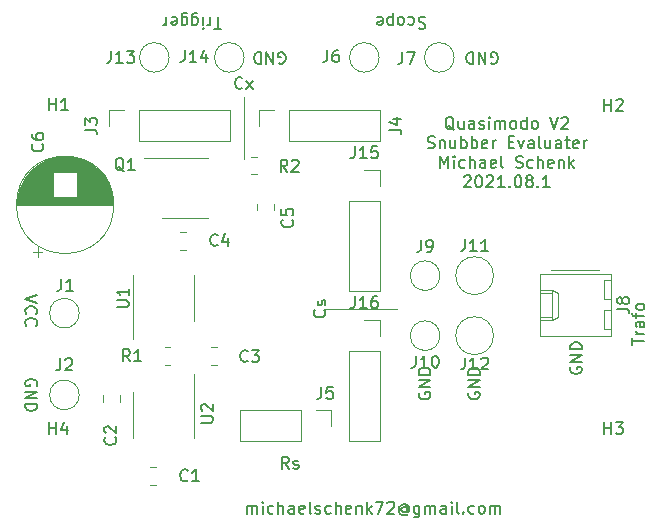
<source format=gbr>
G04 #@! TF.GenerationSoftware,KiCad,Pcbnew,(5.1.10-0-10_14)*
G04 #@! TF.CreationDate,2021-08-01T19:39:00+02:00*
G04 #@! TF.ProjectId,quasimodo,71756173-696d-46f6-946f-2e6b69636164,rev?*
G04 #@! TF.SameCoordinates,Original*
G04 #@! TF.FileFunction,Legend,Top*
G04 #@! TF.FilePolarity,Positive*
%FSLAX46Y46*%
G04 Gerber Fmt 4.6, Leading zero omitted, Abs format (unit mm)*
G04 Created by KiCad (PCBNEW (5.1.10-0-10_14)) date 2021-08-01 19:39:00*
%MOMM*%
%LPD*%
G01*
G04 APERTURE LIST*
%ADD10C,0.150000*%
%ADD11C,0.120000*%
G04 APERTURE END LIST*
D10*
X137413904Y-83621500D02*
X137509142Y-83669119D01*
X137652000Y-83669119D01*
X137794857Y-83621500D01*
X137890095Y-83526261D01*
X137937714Y-83431023D01*
X137985333Y-83240547D01*
X137985333Y-83097690D01*
X137937714Y-82907214D01*
X137890095Y-82811976D01*
X137794857Y-82716738D01*
X137652000Y-82669119D01*
X137556761Y-82669119D01*
X137413904Y-82716738D01*
X137366285Y-82764357D01*
X137366285Y-83097690D01*
X137556761Y-83097690D01*
X136937714Y-82669119D02*
X136937714Y-83669119D01*
X136366285Y-82669119D01*
X136366285Y-83669119D01*
X135890095Y-82669119D02*
X135890095Y-83669119D01*
X135652000Y-83669119D01*
X135509142Y-83621500D01*
X135413904Y-83526261D01*
X135366285Y-83431023D01*
X135318666Y-83240547D01*
X135318666Y-83097690D01*
X135366285Y-82907214D01*
X135413904Y-82811976D01*
X135509142Y-82716738D01*
X135652000Y-82669119D01*
X135890095Y-82669119D01*
X132524190Y-80684619D02*
X131952761Y-80684619D01*
X132238476Y-79684619D02*
X132238476Y-80684619D01*
X131619428Y-79684619D02*
X131619428Y-80351285D01*
X131619428Y-80160809D02*
X131571809Y-80256047D01*
X131524190Y-80303666D01*
X131428952Y-80351285D01*
X131333714Y-80351285D01*
X131000380Y-79684619D02*
X131000380Y-80351285D01*
X131000380Y-80684619D02*
X131048000Y-80637000D01*
X131000380Y-80589380D01*
X130952761Y-80637000D01*
X131000380Y-80684619D01*
X131000380Y-80589380D01*
X130095619Y-80351285D02*
X130095619Y-79541761D01*
X130143238Y-79446523D01*
X130190857Y-79398904D01*
X130286095Y-79351285D01*
X130428952Y-79351285D01*
X130524190Y-79398904D01*
X130095619Y-79732238D02*
X130190857Y-79684619D01*
X130381333Y-79684619D01*
X130476571Y-79732238D01*
X130524190Y-79779857D01*
X130571809Y-79875095D01*
X130571809Y-80160809D01*
X130524190Y-80256047D01*
X130476571Y-80303666D01*
X130381333Y-80351285D01*
X130190857Y-80351285D01*
X130095619Y-80303666D01*
X129190857Y-80351285D02*
X129190857Y-79541761D01*
X129238476Y-79446523D01*
X129286095Y-79398904D01*
X129381333Y-79351285D01*
X129524190Y-79351285D01*
X129619428Y-79398904D01*
X129190857Y-79732238D02*
X129286095Y-79684619D01*
X129476571Y-79684619D01*
X129571809Y-79732238D01*
X129619428Y-79779857D01*
X129667047Y-79875095D01*
X129667047Y-80160809D01*
X129619428Y-80256047D01*
X129571809Y-80303666D01*
X129476571Y-80351285D01*
X129286095Y-80351285D01*
X129190857Y-80303666D01*
X128333714Y-79732238D02*
X128428952Y-79684619D01*
X128619428Y-79684619D01*
X128714666Y-79732238D01*
X128762285Y-79827476D01*
X128762285Y-80208428D01*
X128714666Y-80303666D01*
X128619428Y-80351285D01*
X128428952Y-80351285D01*
X128333714Y-80303666D01*
X128286095Y-80208428D01*
X128286095Y-80113190D01*
X128762285Y-80017952D01*
X127857523Y-79684619D02*
X127857523Y-80351285D01*
X127857523Y-80160809D02*
X127809904Y-80256047D01*
X127762285Y-80303666D01*
X127667047Y-80351285D01*
X127571809Y-80351285D01*
X149296500Y-111505904D02*
X149248880Y-111601142D01*
X149248880Y-111744000D01*
X149296500Y-111886857D01*
X149391738Y-111982095D01*
X149486976Y-112029714D01*
X149677452Y-112077333D01*
X149820309Y-112077333D01*
X150010785Y-112029714D01*
X150106023Y-111982095D01*
X150201261Y-111886857D01*
X150248880Y-111744000D01*
X150248880Y-111648761D01*
X150201261Y-111505904D01*
X150153642Y-111458285D01*
X149820309Y-111458285D01*
X149820309Y-111648761D01*
X150248880Y-111029714D02*
X149248880Y-111029714D01*
X150248880Y-110458285D01*
X149248880Y-110458285D01*
X150248880Y-109982095D02*
X149248880Y-109982095D01*
X149248880Y-109744000D01*
X149296500Y-109601142D01*
X149391738Y-109505904D01*
X149486976Y-109458285D01*
X149677452Y-109410666D01*
X149820309Y-109410666D01*
X150010785Y-109458285D01*
X150106023Y-109505904D01*
X150201261Y-109601142D01*
X150248880Y-109744000D01*
X150248880Y-109982095D01*
X153487500Y-111505904D02*
X153439880Y-111601142D01*
X153439880Y-111744000D01*
X153487500Y-111886857D01*
X153582738Y-111982095D01*
X153677976Y-112029714D01*
X153868452Y-112077333D01*
X154011309Y-112077333D01*
X154201785Y-112029714D01*
X154297023Y-111982095D01*
X154392261Y-111886857D01*
X154439880Y-111744000D01*
X154439880Y-111648761D01*
X154392261Y-111505904D01*
X154344642Y-111458285D01*
X154011309Y-111458285D01*
X154011309Y-111648761D01*
X154439880Y-111029714D02*
X153439880Y-111029714D01*
X154439880Y-110458285D01*
X153439880Y-110458285D01*
X154439880Y-109982095D02*
X153439880Y-109982095D01*
X153439880Y-109744000D01*
X153487500Y-109601142D01*
X153582738Y-109505904D01*
X153677976Y-109458285D01*
X153868452Y-109410666D01*
X154011309Y-109410666D01*
X154201785Y-109458285D01*
X154297023Y-109505904D01*
X154392261Y-109601142D01*
X154439880Y-109744000D01*
X154439880Y-109982095D01*
X162123500Y-109346904D02*
X162075880Y-109442142D01*
X162075880Y-109585000D01*
X162123500Y-109727857D01*
X162218738Y-109823095D01*
X162313976Y-109870714D01*
X162504452Y-109918333D01*
X162647309Y-109918333D01*
X162837785Y-109870714D01*
X162933023Y-109823095D01*
X163028261Y-109727857D01*
X163075880Y-109585000D01*
X163075880Y-109489761D01*
X163028261Y-109346904D01*
X162980642Y-109299285D01*
X162647309Y-109299285D01*
X162647309Y-109489761D01*
X163075880Y-108870714D02*
X162075880Y-108870714D01*
X163075880Y-108299285D01*
X162075880Y-108299285D01*
X163075880Y-107823095D02*
X162075880Y-107823095D01*
X162075880Y-107585000D01*
X162123500Y-107442142D01*
X162218738Y-107346904D01*
X162313976Y-107299285D01*
X162504452Y-107251666D01*
X162647309Y-107251666D01*
X162837785Y-107299285D01*
X162933023Y-107346904D01*
X163028261Y-107442142D01*
X163075880Y-107585000D01*
X163075880Y-107823095D01*
X155384404Y-83621500D02*
X155479642Y-83669119D01*
X155622500Y-83669119D01*
X155765357Y-83621500D01*
X155860595Y-83526261D01*
X155908214Y-83431023D01*
X155955833Y-83240547D01*
X155955833Y-83097690D01*
X155908214Y-82907214D01*
X155860595Y-82811976D01*
X155765357Y-82716738D01*
X155622500Y-82669119D01*
X155527261Y-82669119D01*
X155384404Y-82716738D01*
X155336785Y-82764357D01*
X155336785Y-83097690D01*
X155527261Y-83097690D01*
X154908214Y-82669119D02*
X154908214Y-83669119D01*
X154336785Y-82669119D01*
X154336785Y-83669119D01*
X153860595Y-82669119D02*
X153860595Y-83669119D01*
X153622500Y-83669119D01*
X153479642Y-83621500D01*
X153384404Y-83526261D01*
X153336785Y-83431023D01*
X153289166Y-83240547D01*
X153289166Y-83097690D01*
X153336785Y-82907214D01*
X153384404Y-82811976D01*
X153479642Y-82716738D01*
X153622500Y-82669119D01*
X153860595Y-82669119D01*
X149812119Y-79732238D02*
X149669261Y-79684619D01*
X149431166Y-79684619D01*
X149335928Y-79732238D01*
X149288309Y-79779857D01*
X149240690Y-79875095D01*
X149240690Y-79970333D01*
X149288309Y-80065571D01*
X149335928Y-80113190D01*
X149431166Y-80160809D01*
X149621642Y-80208428D01*
X149716880Y-80256047D01*
X149764500Y-80303666D01*
X149812119Y-80398904D01*
X149812119Y-80494142D01*
X149764500Y-80589380D01*
X149716880Y-80637000D01*
X149621642Y-80684619D01*
X149383547Y-80684619D01*
X149240690Y-80637000D01*
X148383547Y-79732238D02*
X148478785Y-79684619D01*
X148669261Y-79684619D01*
X148764500Y-79732238D01*
X148812119Y-79779857D01*
X148859738Y-79875095D01*
X148859738Y-80160809D01*
X148812119Y-80256047D01*
X148764500Y-80303666D01*
X148669261Y-80351285D01*
X148478785Y-80351285D01*
X148383547Y-80303666D01*
X147812119Y-79684619D02*
X147907357Y-79732238D01*
X147954976Y-79779857D01*
X148002595Y-79875095D01*
X148002595Y-80160809D01*
X147954976Y-80256047D01*
X147907357Y-80303666D01*
X147812119Y-80351285D01*
X147669261Y-80351285D01*
X147574023Y-80303666D01*
X147526404Y-80256047D01*
X147478785Y-80160809D01*
X147478785Y-79875095D01*
X147526404Y-79779857D01*
X147574023Y-79732238D01*
X147669261Y-79684619D01*
X147812119Y-79684619D01*
X147050214Y-80351285D02*
X147050214Y-79351285D01*
X147050214Y-80303666D02*
X146954976Y-80351285D01*
X146764500Y-80351285D01*
X146669261Y-80303666D01*
X146621642Y-80256047D01*
X146574023Y-80160809D01*
X146574023Y-79875095D01*
X146621642Y-79779857D01*
X146669261Y-79732238D01*
X146764500Y-79684619D01*
X146954976Y-79684619D01*
X147050214Y-79732238D01*
X145764500Y-79732238D02*
X145859738Y-79684619D01*
X146050214Y-79684619D01*
X146145452Y-79732238D01*
X146193071Y-79827476D01*
X146193071Y-80208428D01*
X146145452Y-80303666D01*
X146050214Y-80351285D01*
X145859738Y-80351285D01*
X145764500Y-80303666D01*
X145716880Y-80208428D01*
X145716880Y-80113190D01*
X146193071Y-80017952D01*
X167346380Y-107449714D02*
X167346380Y-106878285D01*
X168346380Y-107164000D02*
X167346380Y-107164000D01*
X168346380Y-106544952D02*
X167679714Y-106544952D01*
X167870190Y-106544952D02*
X167774952Y-106497333D01*
X167727333Y-106449714D01*
X167679714Y-106354476D01*
X167679714Y-106259238D01*
X168346380Y-105497333D02*
X167822571Y-105497333D01*
X167727333Y-105544952D01*
X167679714Y-105640190D01*
X167679714Y-105830666D01*
X167727333Y-105925904D01*
X168298761Y-105497333D02*
X168346380Y-105592571D01*
X168346380Y-105830666D01*
X168298761Y-105925904D01*
X168203523Y-105973523D01*
X168108285Y-105973523D01*
X168013047Y-105925904D01*
X167965428Y-105830666D01*
X167965428Y-105592571D01*
X167917809Y-105497333D01*
X167679714Y-105164000D02*
X167679714Y-104783047D01*
X168346380Y-105021142D02*
X167489238Y-105021142D01*
X167394000Y-104973523D01*
X167346380Y-104878285D01*
X167346380Y-104783047D01*
X168346380Y-104306857D02*
X168298761Y-104402095D01*
X168251142Y-104449714D01*
X168155904Y-104497333D01*
X167870190Y-104497333D01*
X167774952Y-104449714D01*
X167727333Y-104402095D01*
X167679714Y-104306857D01*
X167679714Y-104164000D01*
X167727333Y-104068761D01*
X167774952Y-104021142D01*
X167870190Y-103973523D01*
X168155904Y-103973523D01*
X168251142Y-104021142D01*
X168298761Y-104068761D01*
X168346380Y-104164000D01*
X168346380Y-104306857D01*
X138271261Y-117927380D02*
X137937928Y-117451190D01*
X137699833Y-117927380D02*
X137699833Y-116927380D01*
X138080785Y-116927380D01*
X138176023Y-116975000D01*
X138223642Y-117022619D01*
X138271261Y-117117857D01*
X138271261Y-117260714D01*
X138223642Y-117355952D01*
X138176023Y-117403571D01*
X138080785Y-117451190D01*
X137699833Y-117451190D01*
X138652214Y-117879761D02*
X138747452Y-117927380D01*
X138937928Y-117927380D01*
X139033166Y-117879761D01*
X139080785Y-117784523D01*
X139080785Y-117736904D01*
X139033166Y-117641666D01*
X138937928Y-117594047D01*
X138795071Y-117594047D01*
X138699833Y-117546428D01*
X138652214Y-117451190D01*
X138652214Y-117403571D01*
X138699833Y-117308333D01*
X138795071Y-117260714D01*
X138937928Y-117260714D01*
X139033166Y-117308333D01*
X141263642Y-104489238D02*
X141311261Y-104536857D01*
X141358880Y-104679714D01*
X141358880Y-104774952D01*
X141311261Y-104917809D01*
X141216023Y-105013047D01*
X141120785Y-105060666D01*
X140930309Y-105108285D01*
X140787452Y-105108285D01*
X140596976Y-105060666D01*
X140501738Y-105013047D01*
X140406500Y-104917809D01*
X140358880Y-104774952D01*
X140358880Y-104679714D01*
X140406500Y-104536857D01*
X140454119Y-104489238D01*
X141311261Y-104108285D02*
X141358880Y-104013047D01*
X141358880Y-103822571D01*
X141311261Y-103727333D01*
X141216023Y-103679714D01*
X141168404Y-103679714D01*
X141073166Y-103727333D01*
X141025547Y-103822571D01*
X141025547Y-103965428D01*
X140977928Y-104060666D01*
X140882690Y-104108285D01*
X140835071Y-104108285D01*
X140739833Y-104060666D01*
X140692214Y-103965428D01*
X140692214Y-103822571D01*
X140739833Y-103727333D01*
X134334261Y-85701142D02*
X134286642Y-85748761D01*
X134143785Y-85796380D01*
X134048547Y-85796380D01*
X133905690Y-85748761D01*
X133810452Y-85653523D01*
X133762833Y-85558285D01*
X133715214Y-85367809D01*
X133715214Y-85224952D01*
X133762833Y-85034476D01*
X133810452Y-84939238D01*
X133905690Y-84844000D01*
X134048547Y-84796380D01*
X134143785Y-84796380D01*
X134286642Y-84844000D01*
X134334261Y-84891619D01*
X134667595Y-85796380D02*
X135191404Y-85129714D01*
X134667595Y-85129714D02*
X135191404Y-85796380D01*
X116895500Y-110934595D02*
X116943119Y-110839357D01*
X116943119Y-110696500D01*
X116895500Y-110553642D01*
X116800261Y-110458404D01*
X116705023Y-110410785D01*
X116514547Y-110363166D01*
X116371690Y-110363166D01*
X116181214Y-110410785D01*
X116085976Y-110458404D01*
X115990738Y-110553642D01*
X115943119Y-110696500D01*
X115943119Y-110791738D01*
X115990738Y-110934595D01*
X116038357Y-110982214D01*
X116371690Y-110982214D01*
X116371690Y-110791738D01*
X115943119Y-111410785D02*
X116943119Y-111410785D01*
X115943119Y-111982214D01*
X116943119Y-111982214D01*
X115943119Y-112458404D02*
X116943119Y-112458404D01*
X116943119Y-112696500D01*
X116895500Y-112839357D01*
X116800261Y-112934595D01*
X116705023Y-112982214D01*
X116514547Y-113029833D01*
X116371690Y-113029833D01*
X116181214Y-112982214D01*
X116085976Y-112934595D01*
X115990738Y-112839357D01*
X115943119Y-112696500D01*
X115943119Y-112458404D01*
X116943119Y-103251166D02*
X115943119Y-103584500D01*
X116943119Y-103917833D01*
X116038357Y-104822595D02*
X115990738Y-104774976D01*
X115943119Y-104632119D01*
X115943119Y-104536880D01*
X115990738Y-104394023D01*
X116085976Y-104298785D01*
X116181214Y-104251166D01*
X116371690Y-104203547D01*
X116514547Y-104203547D01*
X116705023Y-104251166D01*
X116800261Y-104298785D01*
X116895500Y-104394023D01*
X116943119Y-104536880D01*
X116943119Y-104632119D01*
X116895500Y-104774976D01*
X116847880Y-104822595D01*
X116038357Y-105822595D02*
X115990738Y-105774976D01*
X115943119Y-105632119D01*
X115943119Y-105536880D01*
X115990738Y-105394023D01*
X116085976Y-105298785D01*
X116181214Y-105251166D01*
X116371690Y-105203547D01*
X116514547Y-105203547D01*
X116705023Y-105251166D01*
X116800261Y-105298785D01*
X116895500Y-105394023D01*
X116943119Y-105536880D01*
X116943119Y-105632119D01*
X116895500Y-105774976D01*
X116847880Y-105822595D01*
X134700714Y-121737380D02*
X134700714Y-121070714D01*
X134700714Y-121165952D02*
X134748333Y-121118333D01*
X134843571Y-121070714D01*
X134986428Y-121070714D01*
X135081666Y-121118333D01*
X135129285Y-121213571D01*
X135129285Y-121737380D01*
X135129285Y-121213571D02*
X135176904Y-121118333D01*
X135272142Y-121070714D01*
X135415000Y-121070714D01*
X135510238Y-121118333D01*
X135557857Y-121213571D01*
X135557857Y-121737380D01*
X136034047Y-121737380D02*
X136034047Y-121070714D01*
X136034047Y-120737380D02*
X135986428Y-120785000D01*
X136034047Y-120832619D01*
X136081666Y-120785000D01*
X136034047Y-120737380D01*
X136034047Y-120832619D01*
X136938809Y-121689761D02*
X136843571Y-121737380D01*
X136653095Y-121737380D01*
X136557857Y-121689761D01*
X136510238Y-121642142D01*
X136462619Y-121546904D01*
X136462619Y-121261190D01*
X136510238Y-121165952D01*
X136557857Y-121118333D01*
X136653095Y-121070714D01*
X136843571Y-121070714D01*
X136938809Y-121118333D01*
X137367380Y-121737380D02*
X137367380Y-120737380D01*
X137795952Y-121737380D02*
X137795952Y-121213571D01*
X137748333Y-121118333D01*
X137653095Y-121070714D01*
X137510238Y-121070714D01*
X137415000Y-121118333D01*
X137367380Y-121165952D01*
X138700714Y-121737380D02*
X138700714Y-121213571D01*
X138653095Y-121118333D01*
X138557857Y-121070714D01*
X138367380Y-121070714D01*
X138272142Y-121118333D01*
X138700714Y-121689761D02*
X138605476Y-121737380D01*
X138367380Y-121737380D01*
X138272142Y-121689761D01*
X138224523Y-121594523D01*
X138224523Y-121499285D01*
X138272142Y-121404047D01*
X138367380Y-121356428D01*
X138605476Y-121356428D01*
X138700714Y-121308809D01*
X139557857Y-121689761D02*
X139462619Y-121737380D01*
X139272142Y-121737380D01*
X139176904Y-121689761D01*
X139129285Y-121594523D01*
X139129285Y-121213571D01*
X139176904Y-121118333D01*
X139272142Y-121070714D01*
X139462619Y-121070714D01*
X139557857Y-121118333D01*
X139605476Y-121213571D01*
X139605476Y-121308809D01*
X139129285Y-121404047D01*
X140176904Y-121737380D02*
X140081666Y-121689761D01*
X140034047Y-121594523D01*
X140034047Y-120737380D01*
X140510238Y-121689761D02*
X140605476Y-121737380D01*
X140795952Y-121737380D01*
X140891190Y-121689761D01*
X140938809Y-121594523D01*
X140938809Y-121546904D01*
X140891190Y-121451666D01*
X140795952Y-121404047D01*
X140653095Y-121404047D01*
X140557857Y-121356428D01*
X140510238Y-121261190D01*
X140510238Y-121213571D01*
X140557857Y-121118333D01*
X140653095Y-121070714D01*
X140795952Y-121070714D01*
X140891190Y-121118333D01*
X141795952Y-121689761D02*
X141700714Y-121737380D01*
X141510238Y-121737380D01*
X141415000Y-121689761D01*
X141367380Y-121642142D01*
X141319761Y-121546904D01*
X141319761Y-121261190D01*
X141367380Y-121165952D01*
X141415000Y-121118333D01*
X141510238Y-121070714D01*
X141700714Y-121070714D01*
X141795952Y-121118333D01*
X142224523Y-121737380D02*
X142224523Y-120737380D01*
X142653095Y-121737380D02*
X142653095Y-121213571D01*
X142605476Y-121118333D01*
X142510238Y-121070714D01*
X142367380Y-121070714D01*
X142272142Y-121118333D01*
X142224523Y-121165952D01*
X143510238Y-121689761D02*
X143415000Y-121737380D01*
X143224523Y-121737380D01*
X143129285Y-121689761D01*
X143081666Y-121594523D01*
X143081666Y-121213571D01*
X143129285Y-121118333D01*
X143224523Y-121070714D01*
X143415000Y-121070714D01*
X143510238Y-121118333D01*
X143557857Y-121213571D01*
X143557857Y-121308809D01*
X143081666Y-121404047D01*
X143986428Y-121070714D02*
X143986428Y-121737380D01*
X143986428Y-121165952D02*
X144034047Y-121118333D01*
X144129285Y-121070714D01*
X144272142Y-121070714D01*
X144367380Y-121118333D01*
X144415000Y-121213571D01*
X144415000Y-121737380D01*
X144891190Y-121737380D02*
X144891190Y-120737380D01*
X144986428Y-121356428D02*
X145272142Y-121737380D01*
X145272142Y-121070714D02*
X144891190Y-121451666D01*
X145605476Y-120737380D02*
X146272142Y-120737380D01*
X145843571Y-121737380D01*
X146605476Y-120832619D02*
X146653095Y-120785000D01*
X146748333Y-120737380D01*
X146986428Y-120737380D01*
X147081666Y-120785000D01*
X147129285Y-120832619D01*
X147176904Y-120927857D01*
X147176904Y-121023095D01*
X147129285Y-121165952D01*
X146557857Y-121737380D01*
X147176904Y-121737380D01*
X148224523Y-121261190D02*
X148176904Y-121213571D01*
X148081666Y-121165952D01*
X147986428Y-121165952D01*
X147891190Y-121213571D01*
X147843571Y-121261190D01*
X147795952Y-121356428D01*
X147795952Y-121451666D01*
X147843571Y-121546904D01*
X147891190Y-121594523D01*
X147986428Y-121642142D01*
X148081666Y-121642142D01*
X148176904Y-121594523D01*
X148224523Y-121546904D01*
X148224523Y-121165952D02*
X148224523Y-121546904D01*
X148272142Y-121594523D01*
X148319761Y-121594523D01*
X148415000Y-121546904D01*
X148462619Y-121451666D01*
X148462619Y-121213571D01*
X148367380Y-121070714D01*
X148224523Y-120975476D01*
X148034047Y-120927857D01*
X147843571Y-120975476D01*
X147700714Y-121070714D01*
X147605476Y-121213571D01*
X147557857Y-121404047D01*
X147605476Y-121594523D01*
X147700714Y-121737380D01*
X147843571Y-121832619D01*
X148034047Y-121880238D01*
X148224523Y-121832619D01*
X148367380Y-121737380D01*
X149319761Y-121070714D02*
X149319761Y-121880238D01*
X149272142Y-121975476D01*
X149224523Y-122023095D01*
X149129285Y-122070714D01*
X148986428Y-122070714D01*
X148891190Y-122023095D01*
X149319761Y-121689761D02*
X149224523Y-121737380D01*
X149034047Y-121737380D01*
X148938809Y-121689761D01*
X148891190Y-121642142D01*
X148843571Y-121546904D01*
X148843571Y-121261190D01*
X148891190Y-121165952D01*
X148938809Y-121118333D01*
X149034047Y-121070714D01*
X149224523Y-121070714D01*
X149319761Y-121118333D01*
X149795952Y-121737380D02*
X149795952Y-121070714D01*
X149795952Y-121165952D02*
X149843571Y-121118333D01*
X149938809Y-121070714D01*
X150081666Y-121070714D01*
X150176904Y-121118333D01*
X150224523Y-121213571D01*
X150224523Y-121737380D01*
X150224523Y-121213571D02*
X150272142Y-121118333D01*
X150367380Y-121070714D01*
X150510238Y-121070714D01*
X150605476Y-121118333D01*
X150653095Y-121213571D01*
X150653095Y-121737380D01*
X151557857Y-121737380D02*
X151557857Y-121213571D01*
X151510238Y-121118333D01*
X151415000Y-121070714D01*
X151224523Y-121070714D01*
X151129285Y-121118333D01*
X151557857Y-121689761D02*
X151462619Y-121737380D01*
X151224523Y-121737380D01*
X151129285Y-121689761D01*
X151081666Y-121594523D01*
X151081666Y-121499285D01*
X151129285Y-121404047D01*
X151224523Y-121356428D01*
X151462619Y-121356428D01*
X151557857Y-121308809D01*
X152034047Y-121737380D02*
X152034047Y-121070714D01*
X152034047Y-120737380D02*
X151986428Y-120785000D01*
X152034047Y-120832619D01*
X152081666Y-120785000D01*
X152034047Y-120737380D01*
X152034047Y-120832619D01*
X152653095Y-121737380D02*
X152557857Y-121689761D01*
X152510238Y-121594523D01*
X152510238Y-120737380D01*
X153034047Y-121642142D02*
X153081666Y-121689761D01*
X153034047Y-121737380D01*
X152986428Y-121689761D01*
X153034047Y-121642142D01*
X153034047Y-121737380D01*
X153938809Y-121689761D02*
X153843571Y-121737380D01*
X153653095Y-121737380D01*
X153557857Y-121689761D01*
X153510238Y-121642142D01*
X153462619Y-121546904D01*
X153462619Y-121261190D01*
X153510238Y-121165952D01*
X153557857Y-121118333D01*
X153653095Y-121070714D01*
X153843571Y-121070714D01*
X153938809Y-121118333D01*
X154510238Y-121737380D02*
X154415000Y-121689761D01*
X154367380Y-121642142D01*
X154319761Y-121546904D01*
X154319761Y-121261190D01*
X154367380Y-121165952D01*
X154415000Y-121118333D01*
X154510238Y-121070714D01*
X154653095Y-121070714D01*
X154748333Y-121118333D01*
X154795952Y-121165952D01*
X154843571Y-121261190D01*
X154843571Y-121546904D01*
X154795952Y-121642142D01*
X154748333Y-121689761D01*
X154653095Y-121737380D01*
X154510238Y-121737380D01*
X155272142Y-121737380D02*
X155272142Y-121070714D01*
X155272142Y-121165952D02*
X155319761Y-121118333D01*
X155415000Y-121070714D01*
X155557857Y-121070714D01*
X155653095Y-121118333D01*
X155700714Y-121213571D01*
X155700714Y-121737380D01*
X155700714Y-121213571D02*
X155748333Y-121118333D01*
X155843571Y-121070714D01*
X155986428Y-121070714D01*
X156081666Y-121118333D01*
X156129285Y-121213571D01*
X156129285Y-121737380D01*
X152241809Y-89258619D02*
X152146571Y-89211000D01*
X152051333Y-89115761D01*
X151908476Y-88972904D01*
X151813238Y-88925285D01*
X151718000Y-88925285D01*
X151765619Y-89163380D02*
X151670380Y-89115761D01*
X151575142Y-89020523D01*
X151527523Y-88830047D01*
X151527523Y-88496714D01*
X151575142Y-88306238D01*
X151670380Y-88211000D01*
X151765619Y-88163380D01*
X151956095Y-88163380D01*
X152051333Y-88211000D01*
X152146571Y-88306238D01*
X152194190Y-88496714D01*
X152194190Y-88830047D01*
X152146571Y-89020523D01*
X152051333Y-89115761D01*
X151956095Y-89163380D01*
X151765619Y-89163380D01*
X153051333Y-88496714D02*
X153051333Y-89163380D01*
X152622761Y-88496714D02*
X152622761Y-89020523D01*
X152670380Y-89115761D01*
X152765619Y-89163380D01*
X152908476Y-89163380D01*
X153003714Y-89115761D01*
X153051333Y-89068142D01*
X153956095Y-89163380D02*
X153956095Y-88639571D01*
X153908476Y-88544333D01*
X153813238Y-88496714D01*
X153622761Y-88496714D01*
X153527523Y-88544333D01*
X153956095Y-89115761D02*
X153860857Y-89163380D01*
X153622761Y-89163380D01*
X153527523Y-89115761D01*
X153479904Y-89020523D01*
X153479904Y-88925285D01*
X153527523Y-88830047D01*
X153622761Y-88782428D01*
X153860857Y-88782428D01*
X153956095Y-88734809D01*
X154384666Y-89115761D02*
X154479904Y-89163380D01*
X154670380Y-89163380D01*
X154765619Y-89115761D01*
X154813238Y-89020523D01*
X154813238Y-88972904D01*
X154765619Y-88877666D01*
X154670380Y-88830047D01*
X154527523Y-88830047D01*
X154432285Y-88782428D01*
X154384666Y-88687190D01*
X154384666Y-88639571D01*
X154432285Y-88544333D01*
X154527523Y-88496714D01*
X154670380Y-88496714D01*
X154765619Y-88544333D01*
X155241809Y-89163380D02*
X155241809Y-88496714D01*
X155241809Y-88163380D02*
X155194190Y-88211000D01*
X155241809Y-88258619D01*
X155289428Y-88211000D01*
X155241809Y-88163380D01*
X155241809Y-88258619D01*
X155718000Y-89163380D02*
X155718000Y-88496714D01*
X155718000Y-88591952D02*
X155765619Y-88544333D01*
X155860857Y-88496714D01*
X156003714Y-88496714D01*
X156098952Y-88544333D01*
X156146571Y-88639571D01*
X156146571Y-89163380D01*
X156146571Y-88639571D02*
X156194190Y-88544333D01*
X156289428Y-88496714D01*
X156432285Y-88496714D01*
X156527523Y-88544333D01*
X156575142Y-88639571D01*
X156575142Y-89163380D01*
X157194190Y-89163380D02*
X157098952Y-89115761D01*
X157051333Y-89068142D01*
X157003714Y-88972904D01*
X157003714Y-88687190D01*
X157051333Y-88591952D01*
X157098952Y-88544333D01*
X157194190Y-88496714D01*
X157337047Y-88496714D01*
X157432285Y-88544333D01*
X157479904Y-88591952D01*
X157527523Y-88687190D01*
X157527523Y-88972904D01*
X157479904Y-89068142D01*
X157432285Y-89115761D01*
X157337047Y-89163380D01*
X157194190Y-89163380D01*
X158384666Y-89163380D02*
X158384666Y-88163380D01*
X158384666Y-89115761D02*
X158289428Y-89163380D01*
X158098952Y-89163380D01*
X158003714Y-89115761D01*
X157956095Y-89068142D01*
X157908476Y-88972904D01*
X157908476Y-88687190D01*
X157956095Y-88591952D01*
X158003714Y-88544333D01*
X158098952Y-88496714D01*
X158289428Y-88496714D01*
X158384666Y-88544333D01*
X159003714Y-89163380D02*
X158908476Y-89115761D01*
X158860857Y-89068142D01*
X158813238Y-88972904D01*
X158813238Y-88687190D01*
X158860857Y-88591952D01*
X158908476Y-88544333D01*
X159003714Y-88496714D01*
X159146571Y-88496714D01*
X159241809Y-88544333D01*
X159289428Y-88591952D01*
X159337047Y-88687190D01*
X159337047Y-88972904D01*
X159289428Y-89068142D01*
X159241809Y-89115761D01*
X159146571Y-89163380D01*
X159003714Y-89163380D01*
X160384666Y-88163380D02*
X160718000Y-89163380D01*
X161051333Y-88163380D01*
X161337047Y-88258619D02*
X161384666Y-88211000D01*
X161479904Y-88163380D01*
X161718000Y-88163380D01*
X161813238Y-88211000D01*
X161860857Y-88258619D01*
X161908476Y-88353857D01*
X161908476Y-88449095D01*
X161860857Y-88591952D01*
X161289428Y-89163380D01*
X161908476Y-89163380D01*
X150027523Y-90765761D02*
X150170380Y-90813380D01*
X150408476Y-90813380D01*
X150503714Y-90765761D01*
X150551333Y-90718142D01*
X150598952Y-90622904D01*
X150598952Y-90527666D01*
X150551333Y-90432428D01*
X150503714Y-90384809D01*
X150408476Y-90337190D01*
X150218000Y-90289571D01*
X150122761Y-90241952D01*
X150075142Y-90194333D01*
X150027523Y-90099095D01*
X150027523Y-90003857D01*
X150075142Y-89908619D01*
X150122761Y-89861000D01*
X150218000Y-89813380D01*
X150456095Y-89813380D01*
X150598952Y-89861000D01*
X151027523Y-90146714D02*
X151027523Y-90813380D01*
X151027523Y-90241952D02*
X151075142Y-90194333D01*
X151170380Y-90146714D01*
X151313238Y-90146714D01*
X151408476Y-90194333D01*
X151456095Y-90289571D01*
X151456095Y-90813380D01*
X152360857Y-90146714D02*
X152360857Y-90813380D01*
X151932285Y-90146714D02*
X151932285Y-90670523D01*
X151979904Y-90765761D01*
X152075142Y-90813380D01*
X152218000Y-90813380D01*
X152313238Y-90765761D01*
X152360857Y-90718142D01*
X152837047Y-90813380D02*
X152837047Y-89813380D01*
X152837047Y-90194333D02*
X152932285Y-90146714D01*
X153122761Y-90146714D01*
X153218000Y-90194333D01*
X153265619Y-90241952D01*
X153313238Y-90337190D01*
X153313238Y-90622904D01*
X153265619Y-90718142D01*
X153218000Y-90765761D01*
X153122761Y-90813380D01*
X152932285Y-90813380D01*
X152837047Y-90765761D01*
X153741809Y-90813380D02*
X153741809Y-89813380D01*
X153741809Y-90194333D02*
X153837047Y-90146714D01*
X154027523Y-90146714D01*
X154122761Y-90194333D01*
X154170380Y-90241952D01*
X154218000Y-90337190D01*
X154218000Y-90622904D01*
X154170380Y-90718142D01*
X154122761Y-90765761D01*
X154027523Y-90813380D01*
X153837047Y-90813380D01*
X153741809Y-90765761D01*
X155027523Y-90765761D02*
X154932285Y-90813380D01*
X154741809Y-90813380D01*
X154646571Y-90765761D01*
X154598952Y-90670523D01*
X154598952Y-90289571D01*
X154646571Y-90194333D01*
X154741809Y-90146714D01*
X154932285Y-90146714D01*
X155027523Y-90194333D01*
X155075142Y-90289571D01*
X155075142Y-90384809D01*
X154598952Y-90480047D01*
X155503714Y-90813380D02*
X155503714Y-90146714D01*
X155503714Y-90337190D02*
X155551333Y-90241952D01*
X155598952Y-90194333D01*
X155694190Y-90146714D01*
X155789428Y-90146714D01*
X156884666Y-90289571D02*
X157218000Y-90289571D01*
X157360857Y-90813380D02*
X156884666Y-90813380D01*
X156884666Y-89813380D01*
X157360857Y-89813380D01*
X157694190Y-90146714D02*
X157932285Y-90813380D01*
X158170380Y-90146714D01*
X158979904Y-90813380D02*
X158979904Y-90289571D01*
X158932285Y-90194333D01*
X158837047Y-90146714D01*
X158646571Y-90146714D01*
X158551333Y-90194333D01*
X158979904Y-90765761D02*
X158884666Y-90813380D01*
X158646571Y-90813380D01*
X158551333Y-90765761D01*
X158503714Y-90670523D01*
X158503714Y-90575285D01*
X158551333Y-90480047D01*
X158646571Y-90432428D01*
X158884666Y-90432428D01*
X158979904Y-90384809D01*
X159598952Y-90813380D02*
X159503714Y-90765761D01*
X159456095Y-90670523D01*
X159456095Y-89813380D01*
X160408476Y-90146714D02*
X160408476Y-90813380D01*
X159979904Y-90146714D02*
X159979904Y-90670523D01*
X160027523Y-90765761D01*
X160122761Y-90813380D01*
X160265619Y-90813380D01*
X160360857Y-90765761D01*
X160408476Y-90718142D01*
X161313238Y-90813380D02*
X161313238Y-90289571D01*
X161265619Y-90194333D01*
X161170380Y-90146714D01*
X160979904Y-90146714D01*
X160884666Y-90194333D01*
X161313238Y-90765761D02*
X161218000Y-90813380D01*
X160979904Y-90813380D01*
X160884666Y-90765761D01*
X160837047Y-90670523D01*
X160837047Y-90575285D01*
X160884666Y-90480047D01*
X160979904Y-90432428D01*
X161218000Y-90432428D01*
X161313238Y-90384809D01*
X161646571Y-90146714D02*
X162027523Y-90146714D01*
X161789428Y-89813380D02*
X161789428Y-90670523D01*
X161837047Y-90765761D01*
X161932285Y-90813380D01*
X162027523Y-90813380D01*
X162741809Y-90765761D02*
X162646571Y-90813380D01*
X162456095Y-90813380D01*
X162360857Y-90765761D01*
X162313238Y-90670523D01*
X162313238Y-90289571D01*
X162360857Y-90194333D01*
X162456095Y-90146714D01*
X162646571Y-90146714D01*
X162741809Y-90194333D01*
X162789428Y-90289571D01*
X162789428Y-90384809D01*
X162313238Y-90480047D01*
X163218000Y-90813380D02*
X163218000Y-90146714D01*
X163218000Y-90337190D02*
X163265619Y-90241952D01*
X163313238Y-90194333D01*
X163408476Y-90146714D01*
X163503714Y-90146714D01*
X151098952Y-92463380D02*
X151098952Y-91463380D01*
X151432285Y-92177666D01*
X151765619Y-91463380D01*
X151765619Y-92463380D01*
X152241809Y-92463380D02*
X152241809Y-91796714D01*
X152241809Y-91463380D02*
X152194190Y-91511000D01*
X152241809Y-91558619D01*
X152289428Y-91511000D01*
X152241809Y-91463380D01*
X152241809Y-91558619D01*
X153146571Y-92415761D02*
X153051333Y-92463380D01*
X152860857Y-92463380D01*
X152765619Y-92415761D01*
X152718000Y-92368142D01*
X152670380Y-92272904D01*
X152670380Y-91987190D01*
X152718000Y-91891952D01*
X152765619Y-91844333D01*
X152860857Y-91796714D01*
X153051333Y-91796714D01*
X153146571Y-91844333D01*
X153575142Y-92463380D02*
X153575142Y-91463380D01*
X154003714Y-92463380D02*
X154003714Y-91939571D01*
X153956095Y-91844333D01*
X153860857Y-91796714D01*
X153718000Y-91796714D01*
X153622761Y-91844333D01*
X153575142Y-91891952D01*
X154908476Y-92463380D02*
X154908476Y-91939571D01*
X154860857Y-91844333D01*
X154765619Y-91796714D01*
X154575142Y-91796714D01*
X154479904Y-91844333D01*
X154908476Y-92415761D02*
X154813238Y-92463380D01*
X154575142Y-92463380D01*
X154479904Y-92415761D01*
X154432285Y-92320523D01*
X154432285Y-92225285D01*
X154479904Y-92130047D01*
X154575142Y-92082428D01*
X154813238Y-92082428D01*
X154908476Y-92034809D01*
X155765619Y-92415761D02*
X155670380Y-92463380D01*
X155479904Y-92463380D01*
X155384666Y-92415761D01*
X155337047Y-92320523D01*
X155337047Y-91939571D01*
X155384666Y-91844333D01*
X155479904Y-91796714D01*
X155670380Y-91796714D01*
X155765619Y-91844333D01*
X155813238Y-91939571D01*
X155813238Y-92034809D01*
X155337047Y-92130047D01*
X156384666Y-92463380D02*
X156289428Y-92415761D01*
X156241809Y-92320523D01*
X156241809Y-91463380D01*
X157479904Y-92415761D02*
X157622761Y-92463380D01*
X157860857Y-92463380D01*
X157956095Y-92415761D01*
X158003714Y-92368142D01*
X158051333Y-92272904D01*
X158051333Y-92177666D01*
X158003714Y-92082428D01*
X157956095Y-92034809D01*
X157860857Y-91987190D01*
X157670380Y-91939571D01*
X157575142Y-91891952D01*
X157527523Y-91844333D01*
X157479904Y-91749095D01*
X157479904Y-91653857D01*
X157527523Y-91558619D01*
X157575142Y-91511000D01*
X157670380Y-91463380D01*
X157908476Y-91463380D01*
X158051333Y-91511000D01*
X158908476Y-92415761D02*
X158813238Y-92463380D01*
X158622761Y-92463380D01*
X158527523Y-92415761D01*
X158479904Y-92368142D01*
X158432285Y-92272904D01*
X158432285Y-91987190D01*
X158479904Y-91891952D01*
X158527523Y-91844333D01*
X158622761Y-91796714D01*
X158813238Y-91796714D01*
X158908476Y-91844333D01*
X159337047Y-92463380D02*
X159337047Y-91463380D01*
X159765619Y-92463380D02*
X159765619Y-91939571D01*
X159718000Y-91844333D01*
X159622761Y-91796714D01*
X159479904Y-91796714D01*
X159384666Y-91844333D01*
X159337047Y-91891952D01*
X160622761Y-92415761D02*
X160527523Y-92463380D01*
X160337047Y-92463380D01*
X160241809Y-92415761D01*
X160194190Y-92320523D01*
X160194190Y-91939571D01*
X160241809Y-91844333D01*
X160337047Y-91796714D01*
X160527523Y-91796714D01*
X160622761Y-91844333D01*
X160670380Y-91939571D01*
X160670380Y-92034809D01*
X160194190Y-92130047D01*
X161098952Y-91796714D02*
X161098952Y-92463380D01*
X161098952Y-91891952D02*
X161146571Y-91844333D01*
X161241809Y-91796714D01*
X161384666Y-91796714D01*
X161479904Y-91844333D01*
X161527523Y-91939571D01*
X161527523Y-92463380D01*
X162003714Y-92463380D02*
X162003714Y-91463380D01*
X162098952Y-92082428D02*
X162384666Y-92463380D01*
X162384666Y-91796714D02*
X162003714Y-92177666D01*
X153098952Y-93208619D02*
X153146571Y-93161000D01*
X153241809Y-93113380D01*
X153479904Y-93113380D01*
X153575142Y-93161000D01*
X153622761Y-93208619D01*
X153670380Y-93303857D01*
X153670380Y-93399095D01*
X153622761Y-93541952D01*
X153051333Y-94113380D01*
X153670380Y-94113380D01*
X154289428Y-93113380D02*
X154384666Y-93113380D01*
X154479904Y-93161000D01*
X154527523Y-93208619D01*
X154575142Y-93303857D01*
X154622761Y-93494333D01*
X154622761Y-93732428D01*
X154575142Y-93922904D01*
X154527523Y-94018142D01*
X154479904Y-94065761D01*
X154384666Y-94113380D01*
X154289428Y-94113380D01*
X154194190Y-94065761D01*
X154146571Y-94018142D01*
X154098952Y-93922904D01*
X154051333Y-93732428D01*
X154051333Y-93494333D01*
X154098952Y-93303857D01*
X154146571Y-93208619D01*
X154194190Y-93161000D01*
X154289428Y-93113380D01*
X155003714Y-93208619D02*
X155051333Y-93161000D01*
X155146571Y-93113380D01*
X155384666Y-93113380D01*
X155479904Y-93161000D01*
X155527523Y-93208619D01*
X155575142Y-93303857D01*
X155575142Y-93399095D01*
X155527523Y-93541952D01*
X154956095Y-94113380D01*
X155575142Y-94113380D01*
X156527523Y-94113380D02*
X155956095Y-94113380D01*
X156241809Y-94113380D02*
X156241809Y-93113380D01*
X156146571Y-93256238D01*
X156051333Y-93351476D01*
X155956095Y-93399095D01*
X156956095Y-94018142D02*
X157003714Y-94065761D01*
X156956095Y-94113380D01*
X156908476Y-94065761D01*
X156956095Y-94018142D01*
X156956095Y-94113380D01*
X157622761Y-93113380D02*
X157718000Y-93113380D01*
X157813238Y-93161000D01*
X157860857Y-93208619D01*
X157908476Y-93303857D01*
X157956095Y-93494333D01*
X157956095Y-93732428D01*
X157908476Y-93922904D01*
X157860857Y-94018142D01*
X157813238Y-94065761D01*
X157718000Y-94113380D01*
X157622761Y-94113380D01*
X157527523Y-94065761D01*
X157479904Y-94018142D01*
X157432285Y-93922904D01*
X157384666Y-93732428D01*
X157384666Y-93494333D01*
X157432285Y-93303857D01*
X157479904Y-93208619D01*
X157527523Y-93161000D01*
X157622761Y-93113380D01*
X158527523Y-93541952D02*
X158432285Y-93494333D01*
X158384666Y-93446714D01*
X158337047Y-93351476D01*
X158337047Y-93303857D01*
X158384666Y-93208619D01*
X158432285Y-93161000D01*
X158527523Y-93113380D01*
X158718000Y-93113380D01*
X158813238Y-93161000D01*
X158860857Y-93208619D01*
X158908476Y-93303857D01*
X158908476Y-93351476D01*
X158860857Y-93446714D01*
X158813238Y-93494333D01*
X158718000Y-93541952D01*
X158527523Y-93541952D01*
X158432285Y-93589571D01*
X158384666Y-93637190D01*
X158337047Y-93732428D01*
X158337047Y-93922904D01*
X158384666Y-94018142D01*
X158432285Y-94065761D01*
X158527523Y-94113380D01*
X158718000Y-94113380D01*
X158813238Y-94065761D01*
X158860857Y-94018142D01*
X158908476Y-93922904D01*
X158908476Y-93732428D01*
X158860857Y-93637190D01*
X158813238Y-93589571D01*
X158718000Y-93541952D01*
X159337047Y-94018142D02*
X159384666Y-94065761D01*
X159337047Y-94113380D01*
X159289428Y-94065761D01*
X159337047Y-94018142D01*
X159337047Y-94113380D01*
X160337047Y-94113380D02*
X159765619Y-94113380D01*
X160051333Y-94113380D02*
X160051333Y-93113380D01*
X159956095Y-93256238D01*
X159860857Y-93351476D01*
X159765619Y-93399095D01*
D11*
X147447000Y-104394000D02*
X141351000Y-104394000D01*
X134493000Y-86487000D02*
X134493000Y-91694000D01*
X123436500Y-95603000D02*
G75*
G03*
X123436500Y-95603000I-4120000J0D01*
G01*
X115236500Y-95603000D02*
X123396500Y-95603000D01*
X115236500Y-95563000D02*
X123396500Y-95563000D01*
X115236500Y-95523000D02*
X123396500Y-95523000D01*
X115237500Y-95483000D02*
X123395500Y-95483000D01*
X115239500Y-95443000D02*
X123393500Y-95443000D01*
X115240500Y-95403000D02*
X123392500Y-95403000D01*
X115242500Y-95363000D02*
X123390500Y-95363000D01*
X115245500Y-95323000D02*
X123387500Y-95323000D01*
X115248500Y-95283000D02*
X123384500Y-95283000D01*
X115251500Y-95243000D02*
X123381500Y-95243000D01*
X115255500Y-95203000D02*
X123377500Y-95203000D01*
X115259500Y-95163000D02*
X123373500Y-95163000D01*
X115264500Y-95123000D02*
X123368500Y-95123000D01*
X115268500Y-95083000D02*
X123364500Y-95083000D01*
X115274500Y-95043000D02*
X123358500Y-95043000D01*
X115279500Y-95003000D02*
X123353500Y-95003000D01*
X115286500Y-94963000D02*
X123346500Y-94963000D01*
X115292500Y-94923000D02*
X123340500Y-94923000D01*
X115299500Y-94882000D02*
X118276500Y-94882000D01*
X120356500Y-94882000D02*
X123333500Y-94882000D01*
X115306500Y-94842000D02*
X118276500Y-94842000D01*
X120356500Y-94842000D02*
X123326500Y-94842000D01*
X115314500Y-94802000D02*
X118276500Y-94802000D01*
X120356500Y-94802000D02*
X123318500Y-94802000D01*
X115322500Y-94762000D02*
X118276500Y-94762000D01*
X120356500Y-94762000D02*
X123310500Y-94762000D01*
X115331500Y-94722000D02*
X118276500Y-94722000D01*
X120356500Y-94722000D02*
X123301500Y-94722000D01*
X115340500Y-94682000D02*
X118276500Y-94682000D01*
X120356500Y-94682000D02*
X123292500Y-94682000D01*
X115349500Y-94642000D02*
X118276500Y-94642000D01*
X120356500Y-94642000D02*
X123283500Y-94642000D01*
X115359500Y-94602000D02*
X118276500Y-94602000D01*
X120356500Y-94602000D02*
X123273500Y-94602000D01*
X115369500Y-94562000D02*
X118276500Y-94562000D01*
X120356500Y-94562000D02*
X123263500Y-94562000D01*
X115380500Y-94522000D02*
X118276500Y-94522000D01*
X120356500Y-94522000D02*
X123252500Y-94522000D01*
X115391500Y-94482000D02*
X118276500Y-94482000D01*
X120356500Y-94482000D02*
X123241500Y-94482000D01*
X115402500Y-94442000D02*
X118276500Y-94442000D01*
X120356500Y-94442000D02*
X123230500Y-94442000D01*
X115414500Y-94402000D02*
X118276500Y-94402000D01*
X120356500Y-94402000D02*
X123218500Y-94402000D01*
X115427500Y-94362000D02*
X118276500Y-94362000D01*
X120356500Y-94362000D02*
X123205500Y-94362000D01*
X115439500Y-94322000D02*
X118276500Y-94322000D01*
X120356500Y-94322000D02*
X123193500Y-94322000D01*
X115453500Y-94282000D02*
X118276500Y-94282000D01*
X120356500Y-94282000D02*
X123179500Y-94282000D01*
X115466500Y-94242000D02*
X118276500Y-94242000D01*
X120356500Y-94242000D02*
X123166500Y-94242000D01*
X115481500Y-94202000D02*
X118276500Y-94202000D01*
X120356500Y-94202000D02*
X123151500Y-94202000D01*
X115495500Y-94162000D02*
X118276500Y-94162000D01*
X120356500Y-94162000D02*
X123137500Y-94162000D01*
X115511500Y-94122000D02*
X118276500Y-94122000D01*
X120356500Y-94122000D02*
X123121500Y-94122000D01*
X115526500Y-94082000D02*
X118276500Y-94082000D01*
X120356500Y-94082000D02*
X123106500Y-94082000D01*
X115542500Y-94042000D02*
X118276500Y-94042000D01*
X120356500Y-94042000D02*
X123090500Y-94042000D01*
X115559500Y-94002000D02*
X118276500Y-94002000D01*
X120356500Y-94002000D02*
X123073500Y-94002000D01*
X115576500Y-93962000D02*
X118276500Y-93962000D01*
X120356500Y-93962000D02*
X123056500Y-93962000D01*
X115594500Y-93922000D02*
X118276500Y-93922000D01*
X120356500Y-93922000D02*
X123038500Y-93922000D01*
X115612500Y-93882000D02*
X118276500Y-93882000D01*
X120356500Y-93882000D02*
X123020500Y-93882000D01*
X115630500Y-93842000D02*
X118276500Y-93842000D01*
X120356500Y-93842000D02*
X123002500Y-93842000D01*
X115650500Y-93802000D02*
X118276500Y-93802000D01*
X120356500Y-93802000D02*
X122982500Y-93802000D01*
X115669500Y-93762000D02*
X118276500Y-93762000D01*
X120356500Y-93762000D02*
X122963500Y-93762000D01*
X115689500Y-93722000D02*
X118276500Y-93722000D01*
X120356500Y-93722000D02*
X122943500Y-93722000D01*
X115710500Y-93682000D02*
X118276500Y-93682000D01*
X120356500Y-93682000D02*
X122922500Y-93682000D01*
X115732500Y-93642000D02*
X118276500Y-93642000D01*
X120356500Y-93642000D02*
X122900500Y-93642000D01*
X115754500Y-93602000D02*
X118276500Y-93602000D01*
X120356500Y-93602000D02*
X122878500Y-93602000D01*
X115776500Y-93562000D02*
X118276500Y-93562000D01*
X120356500Y-93562000D02*
X122856500Y-93562000D01*
X115799500Y-93522000D02*
X118276500Y-93522000D01*
X120356500Y-93522000D02*
X122833500Y-93522000D01*
X115823500Y-93482000D02*
X118276500Y-93482000D01*
X120356500Y-93482000D02*
X122809500Y-93482000D01*
X115847500Y-93442000D02*
X118276500Y-93442000D01*
X120356500Y-93442000D02*
X122785500Y-93442000D01*
X115872500Y-93402000D02*
X118276500Y-93402000D01*
X120356500Y-93402000D02*
X122760500Y-93402000D01*
X115898500Y-93362000D02*
X118276500Y-93362000D01*
X120356500Y-93362000D02*
X122734500Y-93362000D01*
X115924500Y-93322000D02*
X118276500Y-93322000D01*
X120356500Y-93322000D02*
X122708500Y-93322000D01*
X115951500Y-93282000D02*
X118276500Y-93282000D01*
X120356500Y-93282000D02*
X122681500Y-93282000D01*
X115978500Y-93242000D02*
X118276500Y-93242000D01*
X120356500Y-93242000D02*
X122654500Y-93242000D01*
X116007500Y-93202000D02*
X118276500Y-93202000D01*
X120356500Y-93202000D02*
X122625500Y-93202000D01*
X116036500Y-93162000D02*
X118276500Y-93162000D01*
X120356500Y-93162000D02*
X122596500Y-93162000D01*
X116066500Y-93122000D02*
X118276500Y-93122000D01*
X120356500Y-93122000D02*
X122566500Y-93122000D01*
X116096500Y-93082000D02*
X118276500Y-93082000D01*
X120356500Y-93082000D02*
X122536500Y-93082000D01*
X116127500Y-93042000D02*
X118276500Y-93042000D01*
X120356500Y-93042000D02*
X122505500Y-93042000D01*
X116160500Y-93002000D02*
X118276500Y-93002000D01*
X120356500Y-93002000D02*
X122472500Y-93002000D01*
X116192500Y-92962000D02*
X118276500Y-92962000D01*
X120356500Y-92962000D02*
X122440500Y-92962000D01*
X116226500Y-92922000D02*
X118276500Y-92922000D01*
X120356500Y-92922000D02*
X122406500Y-92922000D01*
X116261500Y-92882000D02*
X118276500Y-92882000D01*
X120356500Y-92882000D02*
X122371500Y-92882000D01*
X116297500Y-92842000D02*
X118276500Y-92842000D01*
X120356500Y-92842000D02*
X122335500Y-92842000D01*
X116333500Y-92802000D02*
X122299500Y-92802000D01*
X116371500Y-92762000D02*
X122261500Y-92762000D01*
X116409500Y-92722000D02*
X122223500Y-92722000D01*
X116449500Y-92682000D02*
X122183500Y-92682000D01*
X116490500Y-92642000D02*
X122142500Y-92642000D01*
X116532500Y-92602000D02*
X122100500Y-92602000D01*
X116575500Y-92562000D02*
X122057500Y-92562000D01*
X116619500Y-92522000D02*
X122013500Y-92522000D01*
X116665500Y-92482000D02*
X121967500Y-92482000D01*
X116712500Y-92442000D02*
X121920500Y-92442000D01*
X116760500Y-92402000D02*
X121872500Y-92402000D01*
X116811500Y-92362000D02*
X121821500Y-92362000D01*
X116862500Y-92322000D02*
X121770500Y-92322000D01*
X116916500Y-92282000D02*
X121716500Y-92282000D01*
X116971500Y-92242000D02*
X121661500Y-92242000D01*
X117029500Y-92202000D02*
X121603500Y-92202000D01*
X117088500Y-92162000D02*
X121544500Y-92162000D01*
X117150500Y-92122000D02*
X121482500Y-92122000D01*
X117214500Y-92082000D02*
X121418500Y-92082000D01*
X117282500Y-92042000D02*
X121350500Y-92042000D01*
X117352500Y-92002000D02*
X121280500Y-92002000D01*
X117426500Y-91962000D02*
X121206500Y-91962000D01*
X117503500Y-91922000D02*
X121129500Y-91922000D01*
X117585500Y-91882000D02*
X121047500Y-91882000D01*
X117671500Y-91842000D02*
X120961500Y-91842000D01*
X117764500Y-91802000D02*
X120868500Y-91802000D01*
X117863500Y-91762000D02*
X120769500Y-91762000D01*
X117970500Y-91722000D02*
X120662500Y-91722000D01*
X118087500Y-91682000D02*
X120545500Y-91682000D01*
X118218500Y-91642000D02*
X120414500Y-91642000D01*
X118368500Y-91602000D02*
X120264500Y-91602000D01*
X118548500Y-91562000D02*
X120084500Y-91562000D01*
X118783500Y-91522000D02*
X119849500Y-91522000D01*
X117001500Y-100012698D02*
X117001500Y-99212698D01*
X116601500Y-99612698D02*
X117401500Y-99612698D01*
X144653000Y-105350000D02*
X145983000Y-105350000D01*
X145983000Y-105350000D02*
X145983000Y-106680000D01*
X145983000Y-107950000D02*
X145983000Y-115630000D01*
X143323000Y-115630000D02*
X145983000Y-115630000D01*
X143323000Y-107950000D02*
X143323000Y-115630000D01*
X143323000Y-107950000D02*
X145983000Y-107950000D01*
X144653000Y-92650000D02*
X145983000Y-92650000D01*
X145983000Y-92650000D02*
X145983000Y-93980000D01*
X145983000Y-95250000D02*
X145983000Y-102930000D01*
X143323000Y-102930000D02*
X145983000Y-102930000D01*
X143323000Y-95250000D02*
X143323000Y-102930000D01*
X143323000Y-95250000D02*
X145983000Y-95250000D01*
X135703000Y-88900000D02*
X135703000Y-87570000D01*
X135703000Y-87570000D02*
X137033000Y-87570000D01*
X138303000Y-87570000D02*
X145983000Y-87570000D01*
X145983000Y-90230000D02*
X145983000Y-87570000D01*
X138303000Y-90230000D02*
X145983000Y-90230000D01*
X138303000Y-90230000D02*
X138303000Y-87570000D01*
X123003000Y-88900000D02*
X123003000Y-87570000D01*
X123003000Y-87570000D02*
X124333000Y-87570000D01*
X125603000Y-87570000D02*
X133283000Y-87570000D01*
X133283000Y-90230000D02*
X133283000Y-87570000D01*
X125603000Y-90230000D02*
X133283000Y-90230000D01*
X125603000Y-90230000D02*
X125603000Y-87570000D01*
X134474000Y-83121500D02*
G75*
G03*
X134474000Y-83121500I-1251000J0D01*
G01*
X128124000Y-83121500D02*
G75*
G03*
X128124000Y-83121500I-1251000J0D01*
G01*
X130195000Y-113409500D02*
X130195000Y-109959500D01*
X130195000Y-113409500D02*
X130195000Y-115359500D01*
X125075000Y-113409500D02*
X125075000Y-111459500D01*
X125075000Y-113409500D02*
X125075000Y-115359500D01*
X125075000Y-103503500D02*
X125075000Y-106953500D01*
X125075000Y-103503500D02*
X125075000Y-101553500D01*
X130195000Y-103503500D02*
X130195000Y-105453500D01*
X130195000Y-103503500D02*
X130195000Y-101553500D01*
X135529564Y-91530500D02*
X135075436Y-91530500D01*
X135529564Y-93000500D02*
X135075436Y-93000500D01*
X127772936Y-109129500D02*
X128227064Y-109129500D01*
X127772936Y-107659500D02*
X128227064Y-107659500D01*
X129478000Y-91597800D02*
X126028000Y-91597800D01*
X129478000Y-91597800D02*
X131428000Y-91597800D01*
X129478000Y-96717800D02*
X127528000Y-96717800D01*
X129478000Y-96717800D02*
X131428000Y-96717800D01*
X155588281Y-106680000D02*
G75*
G03*
X155588281Y-106680000I-1600781J0D01*
G01*
X155588281Y-101600000D02*
G75*
G03*
X155588281Y-101600000I-1600781J0D01*
G01*
X151047500Y-106680000D02*
G75*
G03*
X151047500Y-106680000I-1251000J0D01*
G01*
X151047500Y-101600000D02*
G75*
G03*
X151047500Y-101600000I-1251000J0D01*
G01*
X164926500Y-106146500D02*
X165526500Y-106146500D01*
X164926500Y-104546500D02*
X164926500Y-106146500D01*
X165526500Y-104546500D02*
X164926500Y-104546500D01*
X164926500Y-103606500D02*
X165526500Y-103606500D01*
X164926500Y-102006500D02*
X164926500Y-103606500D01*
X165526500Y-102006500D02*
X164926500Y-102006500D01*
X159506500Y-105096500D02*
X160506500Y-105096500D01*
X159506500Y-103056500D02*
X160506500Y-103056500D01*
X161036500Y-105096500D02*
X160506500Y-105346500D01*
X161036500Y-103056500D02*
X161036500Y-105096500D01*
X160506500Y-102806500D02*
X161036500Y-103056500D01*
X160506500Y-105346500D02*
X159506500Y-105346500D01*
X160506500Y-102806500D02*
X160506500Y-105346500D01*
X159506500Y-102806500D02*
X160506500Y-102806500D01*
X164496500Y-101136500D02*
X160496500Y-101136500D01*
X165526500Y-106726500D02*
X165526500Y-101426500D01*
X159506500Y-106726500D02*
X165526500Y-106726500D01*
X159506500Y-101426500D02*
X159506500Y-106726500D01*
X165526500Y-101426500D02*
X159506500Y-101426500D01*
X152254000Y-83121500D02*
G75*
G03*
X152254000Y-83121500I-1251000J0D01*
G01*
X145904000Y-83121500D02*
G75*
G03*
X145904000Y-83121500I-1251000J0D01*
G01*
X141855500Y-112970000D02*
X141855500Y-114300000D01*
X140525500Y-112970000D02*
X141855500Y-112970000D01*
X139255500Y-112970000D02*
X139255500Y-115630000D01*
X139255500Y-115630000D02*
X134115500Y-115630000D01*
X139255500Y-112970000D02*
X134115500Y-112970000D01*
X134115500Y-112970000D02*
X134115500Y-115630000D01*
X120504000Y-111696500D02*
G75*
G03*
X120504000Y-111696500I-1251000J0D01*
G01*
X120504000Y-104775000D02*
G75*
G03*
X120504000Y-104775000I-1251000J0D01*
G01*
X135536000Y-95518248D02*
X135536000Y-96040752D01*
X137006000Y-95518248D02*
X137006000Y-96040752D01*
X129066748Y-99414000D02*
X129589252Y-99414000D01*
X129066748Y-97944000D02*
X129589252Y-97944000D01*
X131649748Y-109129500D02*
X132172252Y-109129500D01*
X131649748Y-107659500D02*
X132172252Y-107659500D01*
X122518500Y-111731248D02*
X122518500Y-112253752D01*
X123988500Y-111731248D02*
X123988500Y-112253752D01*
X126484748Y-119289500D02*
X127007252Y-119289500D01*
X126484748Y-117819500D02*
X127007252Y-117819500D01*
D10*
X117387642Y-90463666D02*
X117435261Y-90511285D01*
X117482880Y-90654142D01*
X117482880Y-90749380D01*
X117435261Y-90892238D01*
X117340023Y-90987476D01*
X117244785Y-91035095D01*
X117054309Y-91082714D01*
X116911452Y-91082714D01*
X116720976Y-91035095D01*
X116625738Y-90987476D01*
X116530500Y-90892238D01*
X116482880Y-90749380D01*
X116482880Y-90654142D01*
X116530500Y-90511285D01*
X116578119Y-90463666D01*
X116482880Y-89606523D02*
X116482880Y-89797000D01*
X116530500Y-89892238D01*
X116578119Y-89939857D01*
X116720976Y-90035095D01*
X116911452Y-90082714D01*
X117292404Y-90082714D01*
X117387642Y-90035095D01*
X117435261Y-89987476D01*
X117482880Y-89892238D01*
X117482880Y-89701761D01*
X117435261Y-89606523D01*
X117387642Y-89558904D01*
X117292404Y-89511285D01*
X117054309Y-89511285D01*
X116959071Y-89558904D01*
X116911452Y-89606523D01*
X116863833Y-89701761D01*
X116863833Y-89892238D01*
X116911452Y-89987476D01*
X116959071Y-90035095D01*
X117054309Y-90082714D01*
X143843476Y-103362380D02*
X143843476Y-104076666D01*
X143795857Y-104219523D01*
X143700619Y-104314761D01*
X143557761Y-104362380D01*
X143462523Y-104362380D01*
X144843476Y-104362380D02*
X144272047Y-104362380D01*
X144557761Y-104362380D02*
X144557761Y-103362380D01*
X144462523Y-103505238D01*
X144367285Y-103600476D01*
X144272047Y-103648095D01*
X145700619Y-103362380D02*
X145510142Y-103362380D01*
X145414904Y-103410000D01*
X145367285Y-103457619D01*
X145272047Y-103600476D01*
X145224428Y-103790952D01*
X145224428Y-104171904D01*
X145272047Y-104267142D01*
X145319666Y-104314761D01*
X145414904Y-104362380D01*
X145605380Y-104362380D01*
X145700619Y-104314761D01*
X145748238Y-104267142D01*
X145795857Y-104171904D01*
X145795857Y-103933809D01*
X145748238Y-103838571D01*
X145700619Y-103790952D01*
X145605380Y-103743333D01*
X145414904Y-103743333D01*
X145319666Y-103790952D01*
X145272047Y-103838571D01*
X145224428Y-103933809D01*
X143843476Y-90662380D02*
X143843476Y-91376666D01*
X143795857Y-91519523D01*
X143700619Y-91614761D01*
X143557761Y-91662380D01*
X143462523Y-91662380D01*
X144843476Y-91662380D02*
X144272047Y-91662380D01*
X144557761Y-91662380D02*
X144557761Y-90662380D01*
X144462523Y-90805238D01*
X144367285Y-90900476D01*
X144272047Y-90948095D01*
X145748238Y-90662380D02*
X145272047Y-90662380D01*
X145224428Y-91138571D01*
X145272047Y-91090952D01*
X145367285Y-91043333D01*
X145605380Y-91043333D01*
X145700619Y-91090952D01*
X145748238Y-91138571D01*
X145795857Y-91233809D01*
X145795857Y-91471904D01*
X145748238Y-91567142D01*
X145700619Y-91614761D01*
X145605380Y-91662380D01*
X145367285Y-91662380D01*
X145272047Y-91614761D01*
X145224428Y-91567142D01*
X146772380Y-89233333D02*
X147486666Y-89233333D01*
X147629523Y-89280952D01*
X147724761Y-89376190D01*
X147772380Y-89519047D01*
X147772380Y-89614285D01*
X147105714Y-88328571D02*
X147772380Y-88328571D01*
X146724761Y-88566666D02*
X147439047Y-88804761D01*
X147439047Y-88185714D01*
X121015380Y-89233333D02*
X121729666Y-89233333D01*
X121872523Y-89280952D01*
X121967761Y-89376190D01*
X122015380Y-89519047D01*
X122015380Y-89614285D01*
X121015380Y-88852380D02*
X121015380Y-88233333D01*
X121396333Y-88566666D01*
X121396333Y-88423809D01*
X121443952Y-88328571D01*
X121491571Y-88280952D01*
X121586809Y-88233333D01*
X121824904Y-88233333D01*
X121920142Y-88280952D01*
X121967761Y-88328571D01*
X122015380Y-88423809D01*
X122015380Y-88709523D01*
X121967761Y-88804761D01*
X121920142Y-88852380D01*
X129428976Y-82510380D02*
X129428976Y-83224666D01*
X129381357Y-83367523D01*
X129286119Y-83462761D01*
X129143261Y-83510380D01*
X129048023Y-83510380D01*
X130428976Y-83510380D02*
X129857547Y-83510380D01*
X130143261Y-83510380D02*
X130143261Y-82510380D01*
X130048023Y-82653238D01*
X129952785Y-82748476D01*
X129857547Y-82796095D01*
X131286119Y-82843714D02*
X131286119Y-83510380D01*
X131048023Y-82462761D02*
X130809928Y-83177047D01*
X131428976Y-83177047D01*
X123205976Y-82573880D02*
X123205976Y-83288166D01*
X123158357Y-83431023D01*
X123063119Y-83526261D01*
X122920261Y-83573880D01*
X122825023Y-83573880D01*
X124205976Y-83573880D02*
X123634547Y-83573880D01*
X123920261Y-83573880D02*
X123920261Y-82573880D01*
X123825023Y-82716738D01*
X123729785Y-82811976D01*
X123634547Y-82859595D01*
X124539309Y-82573880D02*
X125158357Y-82573880D01*
X124825023Y-82954833D01*
X124967880Y-82954833D01*
X125063119Y-83002452D01*
X125110738Y-83050071D01*
X125158357Y-83145309D01*
X125158357Y-83383404D01*
X125110738Y-83478642D01*
X125063119Y-83526261D01*
X124967880Y-83573880D01*
X124682166Y-83573880D01*
X124586928Y-83526261D01*
X124539309Y-83478642D01*
X130833880Y-114045904D02*
X131643404Y-114045904D01*
X131738642Y-113998285D01*
X131786261Y-113950666D01*
X131833880Y-113855428D01*
X131833880Y-113664952D01*
X131786261Y-113569714D01*
X131738642Y-113522095D01*
X131643404Y-113474476D01*
X130833880Y-113474476D01*
X130929119Y-113045904D02*
X130881500Y-112998285D01*
X130833880Y-112903047D01*
X130833880Y-112664952D01*
X130881500Y-112569714D01*
X130929119Y-112522095D01*
X131024357Y-112474476D01*
X131119595Y-112474476D01*
X131262452Y-112522095D01*
X131833880Y-113093523D01*
X131833880Y-112474476D01*
X123687380Y-104265404D02*
X124496904Y-104265404D01*
X124592142Y-104217785D01*
X124639761Y-104170166D01*
X124687380Y-104074928D01*
X124687380Y-103884452D01*
X124639761Y-103789214D01*
X124592142Y-103741595D01*
X124496904Y-103693976D01*
X123687380Y-103693976D01*
X124687380Y-102693976D02*
X124687380Y-103265404D01*
X124687380Y-102979690D02*
X123687380Y-102979690D01*
X123830238Y-103074928D01*
X123925476Y-103170166D01*
X123973095Y-103265404D01*
X138136333Y-92781380D02*
X137803000Y-92305190D01*
X137564904Y-92781380D02*
X137564904Y-91781380D01*
X137945857Y-91781380D01*
X138041095Y-91829000D01*
X138088714Y-91876619D01*
X138136333Y-91971857D01*
X138136333Y-92114714D01*
X138088714Y-92209952D01*
X138041095Y-92257571D01*
X137945857Y-92305190D01*
X137564904Y-92305190D01*
X138517285Y-91876619D02*
X138564904Y-91829000D01*
X138660142Y-91781380D01*
X138898238Y-91781380D01*
X138993476Y-91829000D01*
X139041095Y-91876619D01*
X139088714Y-91971857D01*
X139088714Y-92067095D01*
X139041095Y-92209952D01*
X138469666Y-92781380D01*
X139088714Y-92781380D01*
X124801333Y-108846880D02*
X124468000Y-108370690D01*
X124229904Y-108846880D02*
X124229904Y-107846880D01*
X124610857Y-107846880D01*
X124706095Y-107894500D01*
X124753714Y-107942119D01*
X124801333Y-108037357D01*
X124801333Y-108180214D01*
X124753714Y-108275452D01*
X124706095Y-108323071D01*
X124610857Y-108370690D01*
X124229904Y-108370690D01*
X125753714Y-108846880D02*
X125182285Y-108846880D01*
X125468000Y-108846880D02*
X125468000Y-107846880D01*
X125372761Y-107989738D01*
X125277523Y-108084976D01*
X125182285Y-108132595D01*
X124301261Y-92749619D02*
X124206023Y-92702000D01*
X124110785Y-92606761D01*
X123967928Y-92463904D01*
X123872690Y-92416285D01*
X123777452Y-92416285D01*
X123825071Y-92654380D02*
X123729833Y-92606761D01*
X123634595Y-92511523D01*
X123586976Y-92321047D01*
X123586976Y-91987714D01*
X123634595Y-91797238D01*
X123729833Y-91702000D01*
X123825071Y-91654380D01*
X124015547Y-91654380D01*
X124110785Y-91702000D01*
X124206023Y-91797238D01*
X124253642Y-91987714D01*
X124253642Y-92321047D01*
X124206023Y-92511523D01*
X124110785Y-92606761D01*
X124015547Y-92654380D01*
X123825071Y-92654380D01*
X125206023Y-92654380D02*
X124634595Y-92654380D01*
X124920309Y-92654380D02*
X124920309Y-91654380D01*
X124825071Y-91797238D01*
X124729833Y-91892476D01*
X124634595Y-91940095D01*
X153177976Y-108532380D02*
X153177976Y-109246666D01*
X153130357Y-109389523D01*
X153035119Y-109484761D01*
X152892261Y-109532380D01*
X152797023Y-109532380D01*
X154177976Y-109532380D02*
X153606547Y-109532380D01*
X153892261Y-109532380D02*
X153892261Y-108532380D01*
X153797023Y-108675238D01*
X153701785Y-108770476D01*
X153606547Y-108818095D01*
X154558928Y-108627619D02*
X154606547Y-108580000D01*
X154701785Y-108532380D01*
X154939880Y-108532380D01*
X155035119Y-108580000D01*
X155082738Y-108627619D01*
X155130357Y-108722857D01*
X155130357Y-108818095D01*
X155082738Y-108960952D01*
X154511309Y-109532380D01*
X155130357Y-109532380D01*
X153177976Y-98512380D02*
X153177976Y-99226666D01*
X153130357Y-99369523D01*
X153035119Y-99464761D01*
X152892261Y-99512380D01*
X152797023Y-99512380D01*
X154177976Y-99512380D02*
X153606547Y-99512380D01*
X153892261Y-99512380D02*
X153892261Y-98512380D01*
X153797023Y-98655238D01*
X153701785Y-98750476D01*
X153606547Y-98798095D01*
X155130357Y-99512380D02*
X154558928Y-99512380D01*
X154844642Y-99512380D02*
X154844642Y-98512380D01*
X154749404Y-98655238D01*
X154654166Y-98750476D01*
X154558928Y-98798095D01*
X148986976Y-108382380D02*
X148986976Y-109096666D01*
X148939357Y-109239523D01*
X148844119Y-109334761D01*
X148701261Y-109382380D01*
X148606023Y-109382380D01*
X149986976Y-109382380D02*
X149415547Y-109382380D01*
X149701261Y-109382380D02*
X149701261Y-108382380D01*
X149606023Y-108525238D01*
X149510785Y-108620476D01*
X149415547Y-108668095D01*
X150606023Y-108382380D02*
X150701261Y-108382380D01*
X150796500Y-108430000D01*
X150844119Y-108477619D01*
X150891738Y-108572857D01*
X150939357Y-108763333D01*
X150939357Y-109001428D01*
X150891738Y-109191904D01*
X150844119Y-109287142D01*
X150796500Y-109334761D01*
X150701261Y-109382380D01*
X150606023Y-109382380D01*
X150510785Y-109334761D01*
X150463166Y-109287142D01*
X150415547Y-109191904D01*
X150367928Y-109001428D01*
X150367928Y-108763333D01*
X150415547Y-108572857D01*
X150463166Y-108477619D01*
X150510785Y-108430000D01*
X150606023Y-108382380D01*
X149463166Y-98575880D02*
X149463166Y-99290166D01*
X149415547Y-99433023D01*
X149320309Y-99528261D01*
X149177452Y-99575880D01*
X149082214Y-99575880D01*
X149986976Y-99575880D02*
X150177452Y-99575880D01*
X150272690Y-99528261D01*
X150320309Y-99480642D01*
X150415547Y-99337785D01*
X150463166Y-99147309D01*
X150463166Y-98766357D01*
X150415547Y-98671119D01*
X150367928Y-98623500D01*
X150272690Y-98575880D01*
X150082214Y-98575880D01*
X149986976Y-98623500D01*
X149939357Y-98671119D01*
X149891738Y-98766357D01*
X149891738Y-99004452D01*
X149939357Y-99099690D01*
X149986976Y-99147309D01*
X150082214Y-99194928D01*
X150272690Y-99194928D01*
X150367928Y-99147309D01*
X150415547Y-99099690D01*
X150463166Y-99004452D01*
X166068880Y-104409833D02*
X166783166Y-104409833D01*
X166926023Y-104457452D01*
X167021261Y-104552690D01*
X167068880Y-104695547D01*
X167068880Y-104790785D01*
X166497452Y-103790785D02*
X166449833Y-103886023D01*
X166402214Y-103933642D01*
X166306976Y-103981261D01*
X166259357Y-103981261D01*
X166164119Y-103933642D01*
X166116500Y-103886023D01*
X166068880Y-103790785D01*
X166068880Y-103600309D01*
X166116500Y-103505071D01*
X166164119Y-103457452D01*
X166259357Y-103409833D01*
X166306976Y-103409833D01*
X166402214Y-103457452D01*
X166449833Y-103505071D01*
X166497452Y-103600309D01*
X166497452Y-103790785D01*
X166545071Y-103886023D01*
X166592690Y-103933642D01*
X166687928Y-103981261D01*
X166878404Y-103981261D01*
X166973642Y-103933642D01*
X167021261Y-103886023D01*
X167068880Y-103790785D01*
X167068880Y-103600309D01*
X167021261Y-103505071D01*
X166973642Y-103457452D01*
X166878404Y-103409833D01*
X166687928Y-103409833D01*
X166592690Y-103457452D01*
X166545071Y-103505071D01*
X166497452Y-103600309D01*
X147875666Y-82637380D02*
X147875666Y-83351666D01*
X147828047Y-83494523D01*
X147732809Y-83589761D01*
X147589952Y-83637380D01*
X147494714Y-83637380D01*
X148256619Y-82637380D02*
X148923285Y-82637380D01*
X148494714Y-83637380D01*
X141525666Y-82510380D02*
X141525666Y-83224666D01*
X141478047Y-83367523D01*
X141382809Y-83462761D01*
X141239952Y-83510380D01*
X141144714Y-83510380D01*
X142430428Y-82510380D02*
X142239952Y-82510380D01*
X142144714Y-82558000D01*
X142097095Y-82605619D01*
X142001857Y-82748476D01*
X141954238Y-82938952D01*
X141954238Y-83319904D01*
X142001857Y-83415142D01*
X142049476Y-83462761D01*
X142144714Y-83510380D01*
X142335190Y-83510380D01*
X142430428Y-83462761D01*
X142478047Y-83415142D01*
X142525666Y-83319904D01*
X142525666Y-83081809D01*
X142478047Y-82986571D01*
X142430428Y-82938952D01*
X142335190Y-82891333D01*
X142144714Y-82891333D01*
X142049476Y-82938952D01*
X142001857Y-82986571D01*
X141954238Y-83081809D01*
X141017666Y-111021880D02*
X141017666Y-111736166D01*
X140970047Y-111879023D01*
X140874809Y-111974261D01*
X140731952Y-112021880D01*
X140636714Y-112021880D01*
X141970047Y-111021880D02*
X141493857Y-111021880D01*
X141446238Y-111498071D01*
X141493857Y-111450452D01*
X141589095Y-111402833D01*
X141827190Y-111402833D01*
X141922428Y-111450452D01*
X141970047Y-111498071D01*
X142017666Y-111593309D01*
X142017666Y-111831404D01*
X141970047Y-111926642D01*
X141922428Y-111974261D01*
X141827190Y-112021880D01*
X141589095Y-112021880D01*
X141493857Y-111974261D01*
X141446238Y-111926642D01*
X118919666Y-108608880D02*
X118919666Y-109323166D01*
X118872047Y-109466023D01*
X118776809Y-109561261D01*
X118633952Y-109608880D01*
X118538714Y-109608880D01*
X119348238Y-108704119D02*
X119395857Y-108656500D01*
X119491095Y-108608880D01*
X119729190Y-108608880D01*
X119824428Y-108656500D01*
X119872047Y-108704119D01*
X119919666Y-108799357D01*
X119919666Y-108894595D01*
X119872047Y-109037452D01*
X119300619Y-109608880D01*
X119919666Y-109608880D01*
X118983166Y-101877880D02*
X118983166Y-102592166D01*
X118935547Y-102735023D01*
X118840309Y-102830261D01*
X118697452Y-102877880D01*
X118602214Y-102877880D01*
X119983166Y-102877880D02*
X119411738Y-102877880D01*
X119697452Y-102877880D02*
X119697452Y-101877880D01*
X119602214Y-102020738D01*
X119506976Y-102115976D01*
X119411738Y-102163595D01*
X117983095Y-114997380D02*
X117983095Y-113997380D01*
X117983095Y-114473571D02*
X118554523Y-114473571D01*
X118554523Y-114997380D02*
X118554523Y-113997380D01*
X119459285Y-114330714D02*
X119459285Y-114997380D01*
X119221190Y-113949761D02*
X118983095Y-114664047D01*
X119602142Y-114664047D01*
X164973095Y-114997380D02*
X164973095Y-113997380D01*
X164973095Y-114473571D02*
X165544523Y-114473571D01*
X165544523Y-114997380D02*
X165544523Y-113997380D01*
X165925476Y-113997380D02*
X166544523Y-113997380D01*
X166211190Y-114378333D01*
X166354047Y-114378333D01*
X166449285Y-114425952D01*
X166496904Y-114473571D01*
X166544523Y-114568809D01*
X166544523Y-114806904D01*
X166496904Y-114902142D01*
X166449285Y-114949761D01*
X166354047Y-114997380D01*
X166068333Y-114997380D01*
X165973095Y-114949761D01*
X165925476Y-114902142D01*
X164973095Y-87637880D02*
X164973095Y-86637880D01*
X164973095Y-87114071D02*
X165544523Y-87114071D01*
X165544523Y-87637880D02*
X165544523Y-86637880D01*
X165973095Y-86733119D02*
X166020714Y-86685500D01*
X166115952Y-86637880D01*
X166354047Y-86637880D01*
X166449285Y-86685500D01*
X166496904Y-86733119D01*
X166544523Y-86828357D01*
X166544523Y-86923595D01*
X166496904Y-87066452D01*
X165925476Y-87637880D01*
X166544523Y-87637880D01*
X117983095Y-87574380D02*
X117983095Y-86574380D01*
X117983095Y-87050571D02*
X118554523Y-87050571D01*
X118554523Y-87574380D02*
X118554523Y-86574380D01*
X119554523Y-87574380D02*
X118983095Y-87574380D01*
X119268809Y-87574380D02*
X119268809Y-86574380D01*
X119173571Y-86717238D01*
X119078333Y-86812476D01*
X118983095Y-86860095D01*
X138533142Y-96877166D02*
X138580761Y-96924785D01*
X138628380Y-97067642D01*
X138628380Y-97162880D01*
X138580761Y-97305738D01*
X138485523Y-97400976D01*
X138390285Y-97448595D01*
X138199809Y-97496214D01*
X138056952Y-97496214D01*
X137866476Y-97448595D01*
X137771238Y-97400976D01*
X137676000Y-97305738D01*
X137628380Y-97162880D01*
X137628380Y-97067642D01*
X137676000Y-96924785D01*
X137723619Y-96877166D01*
X137628380Y-95972404D02*
X137628380Y-96448595D01*
X138104571Y-96496214D01*
X138056952Y-96448595D01*
X138009333Y-96353357D01*
X138009333Y-96115261D01*
X138056952Y-96020023D01*
X138104571Y-95972404D01*
X138199809Y-95924785D01*
X138437904Y-95924785D01*
X138533142Y-95972404D01*
X138580761Y-96020023D01*
X138628380Y-96115261D01*
X138628380Y-96353357D01*
X138580761Y-96448595D01*
X138533142Y-96496214D01*
X132230833Y-98972642D02*
X132183214Y-99020261D01*
X132040357Y-99067880D01*
X131945119Y-99067880D01*
X131802261Y-99020261D01*
X131707023Y-98925023D01*
X131659404Y-98829785D01*
X131611785Y-98639309D01*
X131611785Y-98496452D01*
X131659404Y-98305976D01*
X131707023Y-98210738D01*
X131802261Y-98115500D01*
X131945119Y-98067880D01*
X132040357Y-98067880D01*
X132183214Y-98115500D01*
X132230833Y-98163119D01*
X133087976Y-98401214D02*
X133087976Y-99067880D01*
X132849880Y-98020261D02*
X132611785Y-98734547D01*
X133230833Y-98734547D01*
X134770833Y-108815142D02*
X134723214Y-108862761D01*
X134580357Y-108910380D01*
X134485119Y-108910380D01*
X134342261Y-108862761D01*
X134247023Y-108767523D01*
X134199404Y-108672285D01*
X134151785Y-108481809D01*
X134151785Y-108338952D01*
X134199404Y-108148476D01*
X134247023Y-108053238D01*
X134342261Y-107958000D01*
X134485119Y-107910380D01*
X134580357Y-107910380D01*
X134723214Y-107958000D01*
X134770833Y-108005619D01*
X135104166Y-107910380D02*
X135723214Y-107910380D01*
X135389880Y-108291333D01*
X135532738Y-108291333D01*
X135627976Y-108338952D01*
X135675595Y-108386571D01*
X135723214Y-108481809D01*
X135723214Y-108719904D01*
X135675595Y-108815142D01*
X135627976Y-108862761D01*
X135532738Y-108910380D01*
X135247023Y-108910380D01*
X135151785Y-108862761D01*
X135104166Y-108815142D01*
X123547142Y-115292166D02*
X123594761Y-115339785D01*
X123642380Y-115482642D01*
X123642380Y-115577880D01*
X123594761Y-115720738D01*
X123499523Y-115815976D01*
X123404285Y-115863595D01*
X123213809Y-115911214D01*
X123070952Y-115911214D01*
X122880476Y-115863595D01*
X122785238Y-115815976D01*
X122690000Y-115720738D01*
X122642380Y-115577880D01*
X122642380Y-115482642D01*
X122690000Y-115339785D01*
X122737619Y-115292166D01*
X122737619Y-114911214D02*
X122690000Y-114863595D01*
X122642380Y-114768357D01*
X122642380Y-114530261D01*
X122690000Y-114435023D01*
X122737619Y-114387404D01*
X122832857Y-114339785D01*
X122928095Y-114339785D01*
X123070952Y-114387404D01*
X123642380Y-114958833D01*
X123642380Y-114339785D01*
X129690833Y-118911642D02*
X129643214Y-118959261D01*
X129500357Y-119006880D01*
X129405119Y-119006880D01*
X129262261Y-118959261D01*
X129167023Y-118864023D01*
X129119404Y-118768785D01*
X129071785Y-118578309D01*
X129071785Y-118435452D01*
X129119404Y-118244976D01*
X129167023Y-118149738D01*
X129262261Y-118054500D01*
X129405119Y-118006880D01*
X129500357Y-118006880D01*
X129643214Y-118054500D01*
X129690833Y-118102119D01*
X130643214Y-119006880D02*
X130071785Y-119006880D01*
X130357500Y-119006880D02*
X130357500Y-118006880D01*
X130262261Y-118149738D01*
X130167023Y-118244976D01*
X130071785Y-118292595D01*
M02*

</source>
